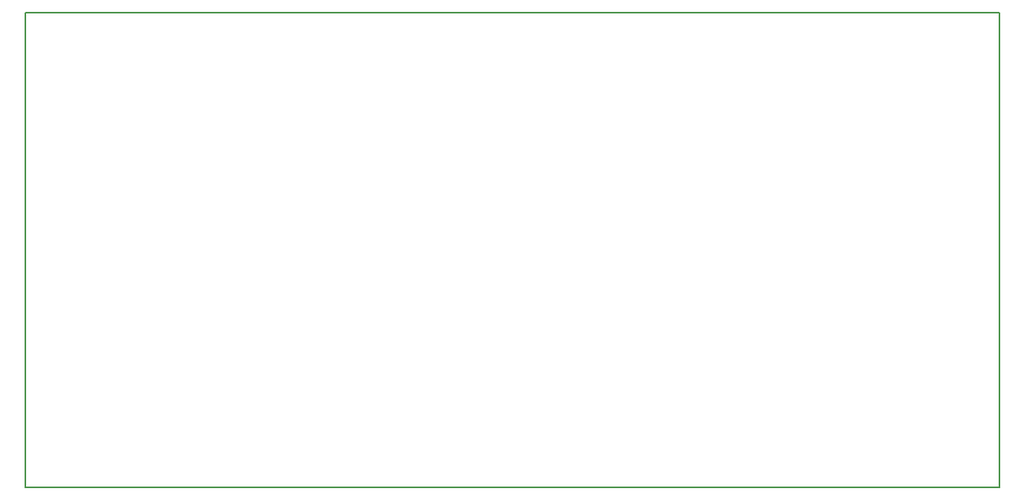
<source format=gbr>
%TF.GenerationSoftware,KiCad,Pcbnew,4.0.7*%
%TF.CreationDate,2018-08-29T22:41:10+01:00*%
%TF.ProjectId,RGBToComposite,524742546F436F6D706F736974652E6B,rev?*%
%TF.FileFunction,Profile,NP*%
%FSLAX46Y46*%
G04 Gerber Fmt 4.6, Leading zero omitted, Abs format (unit mm)*
G04 Created by KiCad (PCBNEW 4.0.7) date 08/29/18 22:41:10*
%MOMM*%
%LPD*%
G01*
G04 APERTURE LIST*
%ADD10C,0.150000*%
G04 APERTURE END LIST*
D10*
X99060000Y-82550000D02*
X99060000Y-133350000D01*
X203200000Y-82550000D02*
X99060000Y-82550000D01*
X203200000Y-133350000D02*
X203200000Y-82550000D01*
X99060000Y-133350000D02*
X203200000Y-133350000D01*
M02*

</source>
